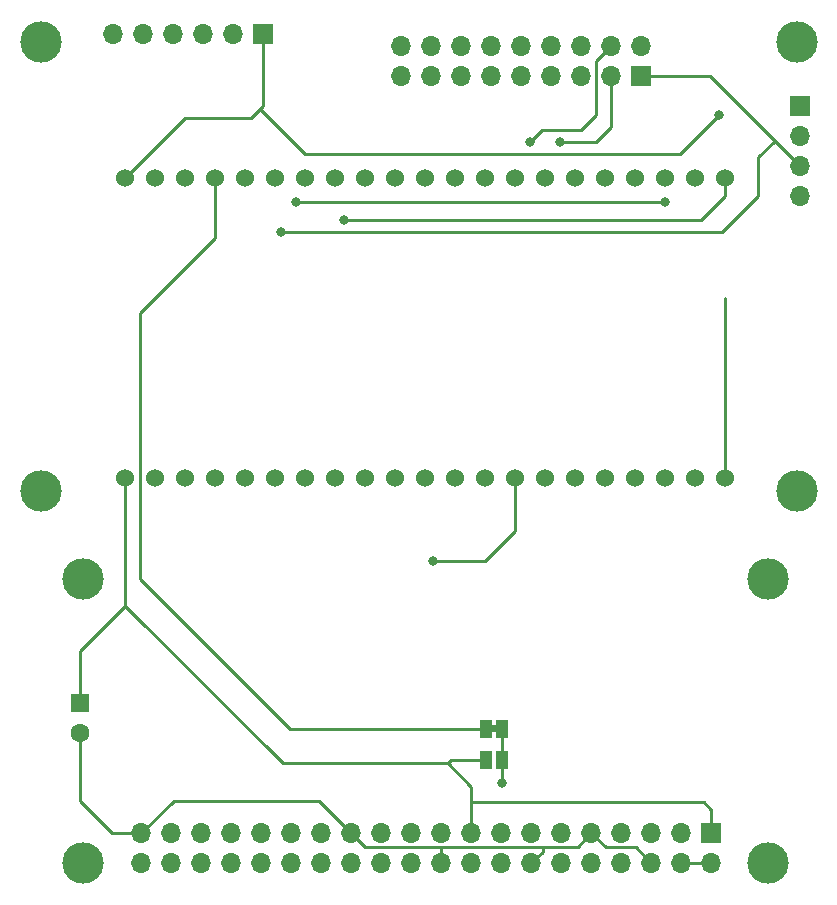
<source format=gbr>
%TF.GenerationSoftware,KiCad,Pcbnew,6.0.9-8da3e8f707~116~ubuntu20.04.1*%
%TF.CreationDate,2022-11-13T22:30:39-07:00*%
%TF.ProjectId,seedsigner-esp32-dev-board,73656564-7369-4676-9e65-722d65737033,rev?*%
%TF.SameCoordinates,Original*%
%TF.FileFunction,Copper,L2,Bot*%
%TF.FilePolarity,Positive*%
%FSLAX46Y46*%
G04 Gerber Fmt 4.6, Leading zero omitted, Abs format (unit mm)*
G04 Created by KiCad (PCBNEW 6.0.9-8da3e8f707~116~ubuntu20.04.1) date 2022-11-13 22:30:39*
%MOMM*%
%LPD*%
G01*
G04 APERTURE LIST*
%TA.AperFunction,SMDPad,CuDef*%
%ADD10R,1.000000X1.500000*%
%TD*%
%TA.AperFunction,WasherPad*%
%ADD11C,3.500000*%
%TD*%
%TA.AperFunction,ComponentPad*%
%ADD12R,1.700000X1.700000*%
%TD*%
%TA.AperFunction,ComponentPad*%
%ADD13O,1.700000X1.700000*%
%TD*%
%TA.AperFunction,ComponentPad*%
%ADD14R,1.600000X1.600000*%
%TD*%
%TA.AperFunction,ComponentPad*%
%ADD15C,1.600000*%
%TD*%
%TA.AperFunction,ComponentPad*%
%ADD16C,1.530000*%
%TD*%
%TA.AperFunction,ViaPad*%
%ADD17C,0.800000*%
%TD*%
%TA.AperFunction,Conductor*%
%ADD18C,0.250000*%
%TD*%
G04 APERTURE END LIST*
%TO.C,JP1*%
G36*
X41652000Y16591000D02*
G01*
X41152000Y16591000D01*
X41152000Y17191000D01*
X41652000Y17191000D01*
X41652000Y16591000D01*
G37*
%TD*%
D10*
%TO.P,JP1,1,A*%
%TO.N,/BACKLIGHT*%
X42052000Y16891000D03*
%TO.P,JP1,2,B*%
%TO.N,/BACKLIGHT_PWM*%
X40752000Y16891000D03*
%TD*%
%TO.P,JP2,2,B*%
%TO.N,+3.3V*%
X40752000Y14224000D03*
%TO.P,JP2,1,A*%
%TO.N,/BACKLIGHT*%
X42052000Y14224000D03*
%TD*%
D11*
%TO.P,H1,*%
%TO.N,*%
X67000000Y37000000D03*
%TD*%
%TO.P,U3,*%
%TO.N,*%
X64560000Y5540000D03*
X6560000Y5540000D03*
X64560000Y29540000D03*
X6560000Y29540000D03*
D12*
%TO.P,U3,1,3V3*%
%TO.N,+3.3V*%
X59800000Y8080000D03*
D13*
%TO.P,U3,2,5V0*%
%TO.N,Net-(U3-Pad2)*%
X59800000Y5540000D03*
%TO.P,U3,3,GPIO2/SDA1*%
%TO.N,unconnected-(U3-Pad3)*%
X57260000Y8080000D03*
%TO.P,U3,4,5V0*%
%TO.N,Net-(U3-Pad2)*%
X57260000Y5540000D03*
%TO.P,U3,5,GPIO3/SCL1*%
%TO.N,unconnected-(U3-Pad5)*%
X54720000Y8080000D03*
%TO.P,U3,6,GND*%
%TO.N,GND*%
X54720000Y5540000D03*
%TO.P,U3,7,GPIO4/GPIO_GCKL*%
%TO.N,unconnected-(U3-Pad7)*%
X52180000Y8080000D03*
%TO.P,U3,8,TXD0/GPIO14*%
%TO.N,unconnected-(U3-Pad8)*%
X52180000Y5540000D03*
%TO.P,U3,9,GND*%
%TO.N,GND*%
X49640000Y8080000D03*
%TO.P,U3,10,RXD0/GPIO15*%
%TO.N,unconnected-(U3-Pad10)*%
X49640000Y5540000D03*
%TO.P,U3,11,GPIO17/GPIO_GEN0*%
%TO.N,unconnected-(U3-Pad11)*%
X47100000Y8080000D03*
%TO.P,U3,12,GPIO18/GPIO_GEN1*%
%TO.N,unconnected-(U3-Pad12)*%
X47100000Y5540000D03*
%TO.P,U3,13,GPIO27/GPIO_GEN2*%
%TO.N,/RST*%
X44560000Y8080000D03*
%TO.P,U3,14,GND*%
%TO.N,GND*%
X44560000Y5540000D03*
%TO.P,U3,15,GPIO22/GPIO_GEN3*%
%TO.N,unconnected-(U3-Pad15)*%
X42020000Y8080000D03*
%TO.P,U3,16,GPIO23/GPIO_GEN4*%
%TO.N,unconnected-(U3-Pad16)*%
X42020000Y5540000D03*
%TO.P,U3,17,3V3*%
%TO.N,+3.3V*%
X39480000Y8080000D03*
%TO.P,U3,18,GPIO24/GPIO_GEN5*%
%TO.N,/BACKLIGHT*%
X39480000Y5540000D03*
%TO.P,U3,19,GPIO10/SPI_MOSI*%
%TO.N,/SPI_MOSI*%
X36940000Y8080000D03*
%TO.P,U3,20,GND*%
%TO.N,GND*%
X36940000Y5540000D03*
%TO.P,U3,21,GPIO9/SPI_MISO*%
%TO.N,unconnected-(U3-Pad21)*%
X34400000Y8080000D03*
%TO.P,U3,22,GPIO25/GPIO_GEN6*%
%TO.N,/DC*%
X34400000Y5540000D03*
%TO.P,U3,23,GPIO11/SPI_SCLK*%
%TO.N,/SPI_SCLK*%
X31860000Y8080000D03*
%TO.P,U3,24,GPIO8/~{SPI_CE0}*%
%TO.N,/SPI_CS*%
X31860000Y5540000D03*
%TO.P,U3,25,GND*%
%TO.N,GND*%
X29320000Y8080000D03*
%TO.P,U3,26,GPIO7/~{SPI_CE1}*%
%TO.N,unconnected-(U3-Pad26)*%
X29320000Y5540000D03*
%TO.P,U3,27,ID_SD*%
%TO.N,unconnected-(U3-Pad27)*%
X26780000Y8080000D03*
%TO.P,U3,28,ID_SC*%
%TO.N,unconnected-(U3-Pad28)*%
X26780000Y5540000D03*
%TO.P,U3,29,GPIO5*%
%TO.N,/JOYSTICK_LEFT*%
X24240000Y8080000D03*
%TO.P,U3,30,GND*%
%TO.N,GND*%
X24240000Y5540000D03*
%TO.P,U3,31,GPIO6*%
%TO.N,/JOYSTICK_UP*%
X21700000Y8080000D03*
%TO.P,U3,32,GPIO12*%
%TO.N,unconnected-(U3-Pad32)*%
X21700000Y5540000D03*
%TO.P,U3,33,GPIO13*%
%TO.N,/JOYSTICK_PRESS*%
X19160000Y8080000D03*
%TO.P,U3,34,GND*%
%TO.N,GND*%
X19160000Y5540000D03*
%TO.P,U3,35,GPIO19*%
%TO.N,/JOYSTICK_DOWN*%
X16620000Y8080000D03*
%TO.P,U3,36,GPIO16*%
%TO.N,/KEY3*%
X16620000Y5540000D03*
%TO.P,U3,37,GPIO26*%
%TO.N,/JOYSTICK_RIGHT*%
X14080000Y8080000D03*
%TO.P,U3,38,GPIO20*%
%TO.N,/KEY2*%
X14080000Y5540000D03*
%TO.P,U3,39,GND*%
%TO.N,GND*%
X11540000Y8080000D03*
%TO.P,U3,40,GPIO21*%
%TO.N,/KEY1*%
X11540000Y5540000D03*
%TD*%
D11*
%TO.P,H2,*%
%TO.N,*%
X3000000Y37000000D03*
%TD*%
D14*
%TO.P,C1,1*%
%TO.N,+3.3V*%
X6350000Y19050000D03*
D15*
%TO.P,C1,2*%
%TO.N,GND*%
X6350000Y16550000D03*
%TD*%
D11*
%TO.P,H4,*%
%TO.N,*%
X3000000Y75000000D03*
%TD*%
D16*
%TO.P,U1,0,GPIO0*%
%TO.N,/KEY3*%
X12700000Y38100000D03*
%TO.P,U1,1,GPIO1*%
%TO.N,/KEY2*%
X15240000Y38100000D03*
%TO.P,U1,2,GPIO2*%
%TO.N,/KEY1*%
X17780000Y38100000D03*
%TO.P,U1,3,GPIO3*%
%TO.N,/JOYSTICK_RIGHT*%
X20320000Y38100000D03*
%TO.P,U1,3V3,VDD33*%
%TO.N,+3.3V*%
X10160000Y38100000D03*
%TO.P,U1,4,GPIO4*%
%TO.N,/JOYSTICK_DOWN*%
X22860000Y38100000D03*
%TO.P,U1,5,GPIO5*%
%TO.N,/JOYSTICK_PRESS*%
X25400000Y38100000D03*
%TO.P,U1,5V,+5V*%
%TO.N,+5V*%
X58420000Y38100000D03*
%TO.P,U1,6,GPIO6*%
%TO.N,/JOYSTICK_UP*%
X27940000Y38100000D03*
%TO.P,U1,7,GPIO7*%
%TO.N,/JOYSTICK_LEFT*%
X30480000Y38100000D03*
%TO.P,U1,8,GPIO8*%
%TO.N,/SDA*%
X33020000Y38100000D03*
%TO.P,U1,9,GPIO9*%
%TO.N,/SCL*%
X35560000Y38100000D03*
%TO.P,U1,10,GPIO10*%
%TO.N,/SPI_CS*%
X38100000Y38100000D03*
%TO.P,U1,11,GPIO11*%
%TO.N,/SPI_MOSI*%
X40640000Y38100000D03*
%TO.P,U1,12,GPIO12*%
%TO.N,/SPI_SCLK*%
X43180000Y38100000D03*
%TO.P,U1,13,GPIO13*%
%TO.N,/DC*%
X45720000Y38100000D03*
%TO.P,U1,14,GPIO14*%
%TO.N,/RST*%
X48260000Y38100000D03*
%TO.P,U1,15,GPIO15*%
%TO.N,/HREF*%
X50800000Y38100000D03*
%TO.P,U1,16,GPIO16*%
%TO.N,/VSYNC*%
X53340000Y38100000D03*
%TO.P,U1,17,GPIO17*%
%TO.N,/TX1*%
X55880000Y38100000D03*
%TO.P,U1,18,EXT_GPIO18*%
%TO.N,/RX1*%
X60960000Y63500000D03*
%TO.P,U1,19,GPIO19*%
%TO.N,unconnected-(U1-Pad19)*%
X58420000Y63500000D03*
%TO.P,U1,20,GPIO20*%
%TO.N,unconnected-(U1-Pad20)*%
X55880000Y63500000D03*
%TO.P,U1,21,GPIO21*%
%TO.N,unconnected-(U1-Pad21)*%
X53340000Y63500000D03*
%TO.P,U1,26,GPIO26*%
%TO.N,/PSRAM_NO_USE*%
X50800000Y63500000D03*
%TO.P,U1,33,GPIO33*%
%TO.N,/PCLK*%
X48260000Y63500000D03*
%TO.P,U1,34,GPIO34*%
%TO.N,/XCLK*%
X45720000Y63500000D03*
%TO.P,U1,35,GPIO35*%
%TO.N,/D9*%
X43180000Y63500000D03*
%TO.P,U1,36,GPIO36*%
%TO.N,/D8*%
X40640000Y63500000D03*
%TO.P,U1,37,GPIO37*%
%TO.N,/D7*%
X38100000Y63500000D03*
%TO.P,U1,38,GPIO38*%
%TO.N,/D6*%
X35560000Y63500000D03*
%TO.P,U1,39,GPIO39*%
%TO.N,/D5*%
X33020000Y63500000D03*
%TO.P,U1,40,GPIO40*%
%TO.N,/D4*%
X30480000Y63500000D03*
%TO.P,U1,41,GPIO41*%
%TO.N,/D3*%
X27940000Y63500000D03*
%TO.P,U1,42,GPIO42*%
%TO.N,/D2*%
X25400000Y63500000D03*
%TO.P,U1,45,GPIO45*%
%TO.N,/BACKLIGHT_PWM*%
X17780000Y63500000D03*
%TO.P,U1,46,GPIO46*%
%TO.N,/IO_IN*%
X15240000Y63500000D03*
%TO.P,U1,GND_1,GND*%
%TO.N,GND*%
X60960000Y38100000D03*
%TO.P,U1,GND_2,GND*%
X10160000Y63500000D03*
%TO.P,U1,RST,CHIP_PU*%
%TO.N,unconnected-(U1-PadRST)*%
X12700000Y63500000D03*
%TO.P,U1,RX,U0RXD*%
%TO.N,unconnected-(U1-PadRX)*%
X20320000Y63500000D03*
%TO.P,U1,TX,U0TXD*%
%TO.N,unconnected-(U1-PadTX)*%
X22860000Y63500000D03*
%TD*%
D11*
%TO.P,H3,*%
%TO.N,*%
X67000000Y75000000D03*
%TD*%
D12*
%TO.P,J2,1,Pin_1*%
%TO.N,GND*%
X67310000Y69596000D03*
D13*
%TO.P,J2,2,Pin_2*%
%TO.N,+5V*%
X67310000Y67056000D03*
%TO.P,J2,3,Pin_3*%
%TO.N,+3.3V*%
X67310000Y64516000D03*
%TO.P,J2,4,Pin_4*%
%TO.N,GND*%
X67310000Y61976000D03*
%TD*%
D12*
%TO.P,J1,1,Pin_1*%
%TO.N,GND*%
X21844000Y75692000D03*
D13*
%TO.P,J1,2,Pin_2*%
%TO.N,/TX1*%
X19304000Y75692000D03*
%TO.P,J1,3,Pin_3*%
%TO.N,/RX1*%
X16764000Y75692000D03*
%TO.P,J1,4,Pin_4*%
%TO.N,+3.3V*%
X14224000Y75692000D03*
%TO.P,J1,5,Pin_5*%
%TO.N,/BACKLIGHT_PWM*%
X11684000Y75692000D03*
%TO.P,J1,6,Pin_6*%
%TO.N,/IO_IN*%
X9144000Y75692000D03*
%TD*%
D12*
%TO.P,U2,1,3.3V*%
%TO.N,+3.3V*%
X53848000Y72136000D03*
D13*
%TO.P,U2,2,GND*%
%TO.N,GND*%
X53848000Y74676000D03*
%TO.P,U2,3,SIOC*%
%TO.N,/SCL*%
X51308000Y72136000D03*
%TO.P,U2,4,SIOD*%
%TO.N,/SDA*%
X51308000Y74676000D03*
%TO.P,U2,5,VSYNC*%
%TO.N,/VSYNC*%
X48768000Y72136000D03*
%TO.P,U2,6,HREF*%
%TO.N,/HREF*%
X48768000Y74676000D03*
%TO.P,U2,7,PCLK*%
%TO.N,/PCLK*%
X46228000Y72136000D03*
%TO.P,U2,8,XCLK*%
%TO.N,/XCLK*%
X46228000Y74676000D03*
%TO.P,U2,9,D9*%
%TO.N,/D9*%
X43688000Y72136000D03*
%TO.P,U2,10,D8*%
%TO.N,/D8*%
X43688000Y74676000D03*
%TO.P,U2,11,D7*%
%TO.N,/D7*%
X41148000Y72136000D03*
%TO.P,U2,12,D6*%
%TO.N,/D6*%
X41148000Y74676000D03*
%TO.P,U2,13,D5*%
%TO.N,/D5*%
X38608000Y72136000D03*
%TO.P,U2,14,D4*%
%TO.N,/D4*%
X38608000Y74676000D03*
%TO.P,U2,15,D3*%
%TO.N,/D3*%
X36068000Y72136000D03*
%TO.P,U2,16,D2*%
%TO.N,/D2*%
X36068000Y74676000D03*
%TO.P,U2,17,RET*%
%TO.N,unconnected-(U2-Pad17)*%
X33528000Y72136000D03*
%TO.P,U2,18,PDWN*%
%TO.N,unconnected-(U2-Pad18)*%
X33528000Y74676000D03*
%TD*%
D17*
%TO.N,/BACKLIGHT*%
X42037000Y12319000D03*
%TO.N,+3.3V*%
X23359253Y58919253D03*
%TO.N,/SDA*%
X44450000Y66548000D03*
%TO.N,/SCL*%
X46990000Y66548000D03*
%TO.N,/SPI_SCLK*%
X36195000Y31115000D03*
%TO.N,GND*%
X60452000Y68834000D03*
%TO.N,/TX1*%
X24638000Y61468000D03*
X55880000Y61468000D03*
%TO.N,/RX1*%
X28702000Y59944000D03*
%TD*%
D18*
%TO.N,/BACKLIGHT*%
X42052000Y14224000D02*
X42052000Y12334000D01*
X42052000Y12334000D02*
X42037000Y12319000D01*
%TO.N,/BACKLIGHT_PWM*%
X40752000Y16891000D02*
X24130000Y16891000D01*
X24130000Y16891000D02*
X11430000Y29591000D01*
X11430000Y29591000D02*
X11430000Y52070000D01*
X11430000Y52070000D02*
X17780000Y58420000D01*
X17780000Y58420000D02*
X17780000Y63500000D01*
%TO.N,+3.3V*%
X40752000Y14224000D02*
X37719000Y14224000D01*
X37719000Y14224000D02*
X37465000Y13970000D01*
%TO.N,/BACKLIGHT*%
X42067000Y13843000D02*
X42067000Y16622000D01*
X42067000Y16622000D02*
X42052000Y16637000D01*
%TO.N,+3.3V*%
X39480000Y11955000D02*
X39480000Y10685000D01*
X67310000Y64516000D02*
X65151000Y66675000D01*
X59165000Y10685000D02*
X59800000Y10050000D01*
X39480000Y10685000D02*
X59165000Y10685000D01*
X39480000Y10685000D02*
X39480000Y8080000D01*
X6350000Y23495000D02*
X10160000Y27305000D01*
X59800000Y10050000D02*
X59800000Y8080000D01*
X65151000Y66675000D02*
X59690000Y72136000D01*
X63754000Y65278000D02*
X65151000Y66675000D01*
X59690000Y72136000D02*
X53848000Y72136000D01*
X23495000Y13970000D02*
X37465000Y13970000D01*
X10160000Y38100000D02*
X10160000Y27305000D01*
X37465000Y13970000D02*
X39480000Y11955000D01*
X23359253Y58919253D02*
X23368000Y58928000D01*
X6350000Y19050000D02*
X6350000Y23495000D01*
X23368000Y58928000D02*
X60706000Y58928000D01*
X10160000Y27305000D02*
X23495000Y13970000D01*
X60706000Y58928000D02*
X63754000Y61976000D01*
X63754000Y61976000D02*
X63754000Y65278000D01*
%TO.N,/SDA*%
X45466000Y67564000D02*
X44450000Y66548000D01*
X50038000Y68834000D02*
X48768000Y67564000D01*
X51308000Y74676000D02*
X50038000Y73406000D01*
X50038000Y73406000D02*
X50038000Y68834000D01*
X48768000Y67564000D02*
X45466000Y67564000D01*
%TO.N,/SCL*%
X51308000Y67818000D02*
X51308000Y72136000D01*
X46990000Y66548000D02*
X50038000Y66548000D01*
X50038000Y66548000D02*
X51308000Y67818000D01*
%TO.N,/SPI_SCLK*%
X43180000Y33655000D02*
X43180000Y38100000D01*
X40640000Y31115000D02*
X43180000Y33655000D01*
X36195000Y31115000D02*
X40640000Y31115000D01*
%TO.N,GND*%
X36940000Y5540000D02*
X36940000Y6875000D01*
X21590000Y69342000D02*
X21844000Y69596000D01*
X45513000Y6493000D02*
X45513000Y6905000D01*
X36940000Y6875000D02*
X36910000Y6905000D01*
X57150000Y65532000D02*
X60452000Y68834000D01*
X14255000Y10795000D02*
X26605000Y10795000D01*
X10160000Y63500000D02*
X15240000Y68580000D01*
X9065000Y8080000D02*
X11540000Y8080000D01*
X36910000Y6905000D02*
X45513000Y6905000D01*
X48465000Y6905000D02*
X49640000Y8080000D01*
X44560000Y5540000D02*
X45513000Y6493000D01*
X30495000Y6905000D02*
X36910000Y6905000D01*
X20828000Y68580000D02*
X21590000Y69342000D01*
X26605000Y10795000D02*
X29320000Y8080000D01*
X60960000Y53340000D02*
X60960000Y38100000D01*
X11540000Y8080000D02*
X14255000Y10795000D01*
X29320000Y8080000D02*
X30495000Y6905000D01*
X6350000Y10795000D02*
X9065000Y8080000D01*
X49640000Y8080000D02*
X50862000Y6858000D01*
X21844000Y69596000D02*
X21844000Y75692000D01*
X45513000Y6905000D02*
X48465000Y6905000D01*
X53402000Y6858000D02*
X54720000Y5540000D01*
X6350000Y16550000D02*
X6350000Y10795000D01*
X21590000Y69342000D02*
X25400000Y65532000D01*
X50862000Y6858000D02*
X53402000Y6858000D01*
X25400000Y65532000D02*
X57150000Y65532000D01*
X15240000Y68580000D02*
X20828000Y68580000D01*
%TO.N,Net-(U3-Pad2)*%
X57260000Y5540000D02*
X59800000Y5540000D01*
%TO.N,/TX1*%
X24638000Y61468000D02*
X55880000Y61468000D01*
%TO.N,/RX1*%
X60960000Y61976000D02*
X60960000Y63500000D01*
X28702000Y59944000D02*
X58928000Y59944000D01*
X58928000Y59944000D02*
X60960000Y61976000D01*
%TD*%
M02*

</source>
